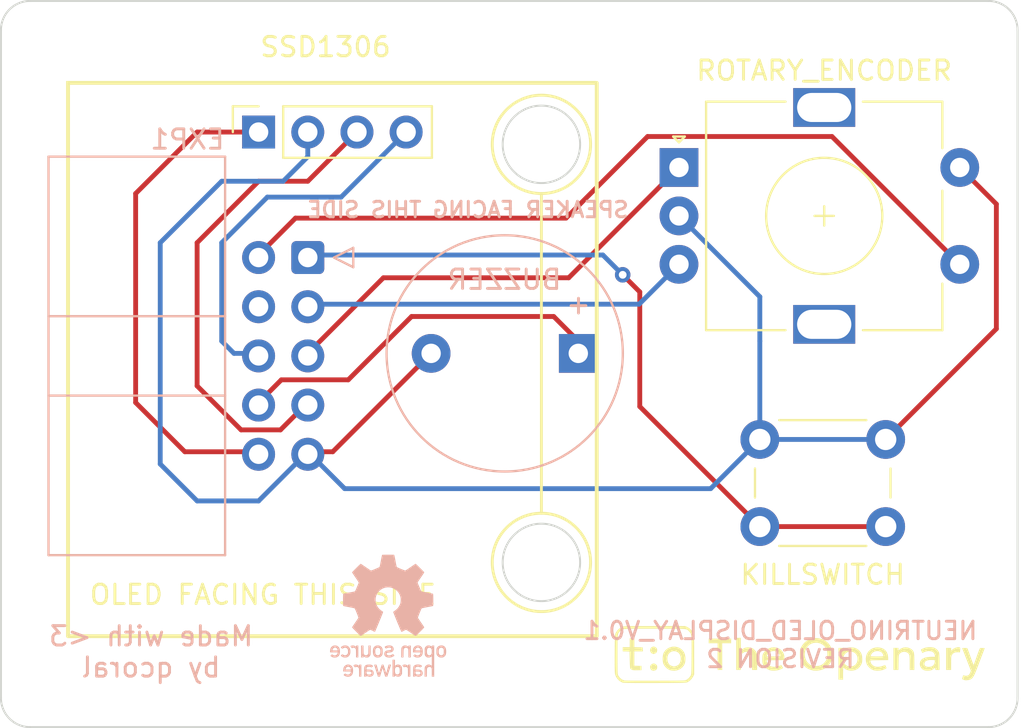
<source format=kicad_pcb>
(kicad_pcb (version 20221018) (generator pcbnew)
  (layers (0 "F.Cu" signal) (31 "B.Cu" signal) (34 "B.Paste" user) (35 "F.Paste" user) (36 "B.SilkS" user "B.Silkscreen") (37 "F.SilkS" user "F.Silkscreen") (38 "B.Mask" user) (39 "F.Mask" user) (44 "Edge.Cuts" user))
  (net 0 "")
  (net 1 "SPEAKER")
  (net 2 "GND")
  (net 3 "BTN_ENC")
  (net 5 "BTN_EN1")
  (net 6 "BTN_EN2")
  (net 7 "SDA")
  (net 8 "KILLSWITCH")
  (net 9 "SCL")
  (net 10 "+5V")
  (footprint "Rotary_Encoder:RotaryEncoder_Alps_EC11E-Switch_Vertical_H20mm" (layer "F.Cu") (at 144.265 66.6)
    (fp_text reference "ROTARY_ENCODER" (at 7.5 -5.005) (layer "F.SilkS"))
    (fp_text value "EC11_Switch")
    (pad "A" thru_hole rect (at 0 0) (size 2 2) (drill 1) (layers "*.Cu" "*.Mask") (net 6 "BTN_EN2"))
    (pad "B" thru_hole circle (at 0 5) (size 2 2) (drill 1) (layers "*.Cu" "*.Mask") (net 5 "BTN_EN1"))
    (pad "C" thru_hole circle (at 0 2.5) (size 2 2) (drill 1) (layers "*.Cu" "*.Mask") (net 2 "GND"))
    (pad "MP" thru_hole rect (at 7.5 -3.1) (size 3.2 2) (drill oval 2.8 1.5) (layers "*.Cu" "*.Mask"))
    (pad "MP" thru_hole rect (at 7.5 8.1) (size 3.2 2) (drill oval 2.8 1.5) (layers "*.Cu" "*.Mask"))
    (pad "S1" thru_hole circle (at 14.5 5) (size 2 2) (drill 1) (layers "*.Cu" "*.Mask") (net 3 "BTN_ENC"))
    (pad "S2" thru_hole circle (at 14.5 0) (size 2 2) (drill 1) (layers "*.Cu" "*.Mask") (net 2 "GND"))
  )
  (footprint "Connector_PinSocket_2.54mm:PinSocket_1x04_P2.54mm_Vertical" (layer "F.Cu") (at 122.555 64.77 90)
    (fp_text reference "J2" hide)
    (fp_text value "OLED_Headers")
    (pad "1" thru_hole rect (at 0 0 90) (size 1.7 1.7) (drill 1) (layers "*.Cu" "*.Mask") (net 10 "+5V"))
    (pad "2" thru_hole oval (at 0 2.54 90) (size 1.7 1.7) (drill 1) (layers "*.Cu" "*.Mask") (net 2 "GND"))
    (pad "3" thru_hole oval (at 0 5.08 90) (size 1.7 1.7) (drill 1) (layers "*.Cu" "*.Mask") (net 9 "SCL"))
    (pad "4" thru_hole oval (at 0 7.62 90) (size 1.7 1.7) (drill 1) (layers "*.Cu" "*.Mask") (net 7 "SDA"))
  )
  (footprint "Button_Switch_THT:SW_PUSH_6mm_H8.5mm" (layer "F.Cu") (at 154.94 85.145 180)
    (fp_text reference "KILLSWITCH" (at 3.25 -2.485) (layer "F.SilkS"))
    (fp_text value "Kill Switch")
    (pad "1" thru_hole circle (at 0 0 270) (size 2 2) (drill 1.1) (layers "*.Cu" "*.Mask") (net 8 "KILLSWITCH"))
    (pad "1" thru_hole circle (at 6.5 0 270) (size 2 2) (drill 1.1) (layers "*.Cu" "*.Mask") (net 8 "KILLSWITCH"))
    (pad "2" thru_hole circle (at 0 4.5 270) (size 2 2) (drill 1.1) (layers "*.Cu" "*.Mask") (net 2 "GND"))
    (pad "2" thru_hole circle (at 6.5 4.5 270) (size 2 2) (drill 1.1) (layers "*.Cu" "*.Mask") (net 2 "GND"))
  )
  (footprint "Logos:the-openary" (layer "F.Cu") (at 150.5 91.75)
    (fp_text reference "G***" hide)
    (fp_text value "LOGO" hide)
  )
  (footprint "Connector_IDC:IDC-Header_2x05_P2.54mm_Horizontal" (layer "B.Cu") (at 125.095 71.25 180)
    (fp_text reference "EXP1" (at 6.215 6.1) (layer "B.SilkS") (effects (justify mirror)))
    (fp_text value "2x5")
    (pad "1" thru_hole roundrect (at 0 0 180) (size 1.7 1.7) (drill 1) (layers "*.Cu" "*.Mask") (roundrect_rratio 0.1470588235) (net 8 "KILLSWITCH"))
    (pad "2" thru_hole circle (at 2.54 0 180) (size 1.7 1.7) (drill 1) (layers "*.Cu" "*.Mask") (net 3 "BTN_ENC"))
    (pad "3" thru_hole circle (at 0 -2.54 180) (size 1.7 1.7) (drill 1) (layers "*.Cu" "*.Mask") (net 5 "BTN_EN1"))
    (pad "4" thru_hole circle (at 2.54 -2.54 180) (size 1.7 1.7) (drill 1) (layers "*.Cu" "*.Mask"))
    (pad "5" thru_hole circle (at 0 -5.08 180) (size 1.7 1.7) (drill 1) (layers "*.Cu" "*.Mask") (net 6 "BTN_EN2"))
    (pad "6" thru_hole circle (at 2.54 -5.08 180) (size 1.7 1.7) (drill 1) (layers "*.Cu" "*.Mask") (net 7 "SDA"))
    (pad "7" thru_hole circle (at 0 -7.62 180) (size 1.7 1.7) (drill 1) (layers "*.Cu" "*.Mask") (net 9 "SCL"))
    (pad "8" thru_hole circle (at 2.54 -7.62 180) (size 1.7 1.7) (drill 1) (layers "*.Cu" "*.Mask") (net 1 "SPEAKER"))
    (pad "9" thru_hole circle (at 0 -10.16 180) (size 1.7 1.7) (drill 1) (layers "*.Cu" "*.Mask") (net 2 "GND"))
    (pad "10" thru_hole circle (at 2.54 -10.16 180) (size 1.7 1.7) (drill 1) (layers "*.Cu" "*.Mask") (net 10 "+5V"))
  )
  (footprint "Logos:oshw" (layer "B.Cu") (at 129.25 89.75 180)
    (fp_text reference "G***" hide)
    (fp_text value "LOGO" hide)
  )
  (footprint "Buzzer_Beeper:Buzzer_12x9.5RM7.6" (layer "B.Cu") (at 139.065 76.2 180)
    (fp_text reference "BUZZER" (at 3.81 3.81) (layer "B.SilkS") (effects (justify mirror)))
    (fp_text value "Buzzer" hide)
    (fp_text user "+" (at -0.01 2.54) (layer "B.SilkS") (effects (justify mirror)))
    (pad "1" thru_hole rect (at 0 0 180) (size 2 2) (drill 1) (layers "*.Cu" "*.Mask") (net 1 "SPEAKER"))
    (pad "2" thru_hole circle (at 7.6 0 180) (size 2 2) (drill 1) (layers "*.Cu" "*.Mask") (net 2 "GND"))
  )
  (gr_line (start 137.16 67.945) (end 137.16 84.455) (stroke (width 0.15)) (layer "F.SilkS"))
  (gr_circle (center 137.16 86.995) (end 137.16 84.455) (stroke (width 0.15)) (fill none) (layer "F.SilkS"))
  (gr_circle (center 137.16 65.405) (end 137.16 67.945) (stroke (width 0.15)) (fill none) (layer "F.SilkS"))
  (gr_rect (start 112.7125 62.23) (end 140.0175 90.805) (stroke (width 0.2)) (fill none) (layer "F.SilkS"))
  (gr_arc (start 160.25 58) (mid 161.31066 58.43934) (end 161.75 59.5) (stroke (width 0.1)) (layer "Edge.Cuts"))
  (gr_line (start 110.75 95.5) (end 160.25 95.5) (stroke (width 0.1)) (layer "Edge.Cuts"))
  (gr_circle (center 137.16 86.995) (end 139.16 86.995) (stroke (width 0.1)) (fill none) (layer "Edge.Cuts"))
  (gr_arc (start 109.25 59.5) (mid 109.68934 58.43934) (end 110.75 58) (stroke (width 0.1)) (layer "Edge.Cuts"))
  (gr_line (start 109.25 59.5) (end 109.25 94) (stroke (width 0.1)) (layer "Edge.Cuts"))
  (gr_arc (start 110.75 95.5) (mid 109.68934 95.06066) (end 109.25 94) (stroke (width 0.1)) (layer "Edge.Cuts"))
  (gr_arc (start 161.75 94) (mid 161.31066 95.06066) (end 160.25 95.5) (stroke (width 0.1)) (layer "Edge.Cuts"))
  (gr_line (start 160.25 58) (end 110.75 58) (stroke (width 0.1)) (layer "Edge.Cuts"))
  (gr_line (start 161.75 94) (end 161.75 59.5) (stroke (width 0.1)) (layer "Edge.Cuts"))
  (gr_circle (center 137.16 65.405) (end 139.16 65.405) (stroke (width 0.1)) (fill none) (layer "Edge.Cuts"))
  (gr_text "Made with <3\nby qcoral" (at 117 93) (layer "B.SilkS") (effects (font (size 1 1)) (justify bottom mirror)))
  (gr_text "SPEAKER FACING THIS SIDE" (at 141.75 69.25) (layer "B.SilkS") (effects (font (size 0.8 0.8)) (justify left bottom mirror)))
  (gr_text "NEUTRINO_OLED_DISPLAY_V0.1\nREVISION 2" (at 149.5 92.5) (layer "B.SilkS") (effects (font (size 0.9 0.9)) (justify bottom mirror)))
  (gr_text "OLED FACING THIS SIDE" (at 113.75 89.25) (layer "F.SilkS") (effects (font (size 1 1)) (justify left bottom)))
  (gr_text "SSD1306" (at 122.555 60.96) (layer "F.SilkS") (effects (font (size 1 1)) (justify left bottom)))
  (segment (start 139.065 75.565) (end 137.795 74.295) (width 0.25) (layer "F.Cu") (net 1))
  (segment (start 137.795 74.295) (end 130.455 74.295) (width 0.25) (layer "F.Cu") (net 1))
  (segment (start 123.73 77.565) (end 122.555 78.74) (width 0.25) (layer "F.Cu") (net 1))
  (segment (start 130.455 74.295) (end 127.185 77.565) (width 0.25) (layer "F.Cu") (net 1))
  (segment (start 127.185 77.565) (end 123.73 77.565) (width 0.25) (layer "F.Cu") (net 1))
  (segment (start 158.765 66.6) (end 160.655 68.49) (width 0.25) (layer "F.Cu") (net 2))
  (segment (start 160.655 68.49) (end 160.655 74.93) (width 0.25) (layer "F.Cu") (net 2))
  (segment (start 126.385 81.28) (end 131.465 76.2) (width 0.25) (layer "F.Cu") (net 2))
  (segment (start 160.655 74.93) (end 154.94 80.645) (width 0.25) (layer "F.Cu") (net 2))
  (segment (start 125.095 81.28) (end 126.385 81.28) (width 0.25) (layer "F.Cu") (net 2))
  (segment (start 119.38 83.82) (end 122.555 83.82) (width 0.25) (layer "B.Cu") (net 2))
  (segment (start 127 83.185) (end 145.9 83.185) (width 0.25) (layer "B.Cu") (net 2))
  (segment (start 123.825 67.31) (end 120.65 67.31) (width 0.25) (layer "B.Cu") (net 2))
  (segment (start 120.65 67.31) (end 117.475 70.485) (width 0.25) (layer "B.Cu") (net 2))
  (segment (start 122.555 83.82) (end 125.095 81.28) (width 0.25) (layer "B.Cu") (net 2))
  (segment (start 148.44 73.275) (end 148.44 75.565) (width 0.25) (layer "B.Cu") (net 2))
  (segment (start 154.94 80.645) (end 148.44 80.645) (width 0.25) (layer "B.Cu") (net 2))
  (segment (start 117.475 81.915) (end 119.38 83.82) (width 0.25) (layer "B.Cu") (net 2))
  (segment (start 148.44 75.565) (end 148.44 80.645) (width 0.25) (layer "B.Cu") (net 2))
  (segment (start 145.9 83.185) (end 148.44 80.645) (width 0.25) (layer "B.Cu") (net 2))
  (segment (start 125.095 64.77) (end 125.095 66.04) (width 0.25) (layer "B.Cu") (net 2))
  (segment (start 117.475 70.485) (end 117.475 81.915) (width 0.25) (layer "B.Cu") (net 2))
  (segment (start 125.095 66.04) (end 123.825 67.31) (width 0.25) (layer "B.Cu") (net 2))
  (segment (start 125.095 81.28) (end 127 83.185) (width 0.25) (layer "B.Cu") (net 2))
  (segment (start 144.265 69.1) (end 148.44 73.275) (width 0.25) (layer "B.Cu") (net 2))
  (segment (start 142.645 65) (end 152.165 65) (width 0.25) (layer "F.Cu") (net 3))
  (segment (start 122.555 71.12) (end 124.46 69.215) (width 0.25) (layer "F.Cu") (net 3))
  (segment (start 152.165 65) (end 158.765 71.6) (width 0.25) (layer "F.Cu") (net 3))
  (segment (start 138.43 69.215) (end 142.645 65) (width 0.25) (layer "F.Cu") (net 3))
  (segment (start 124.46 69.215) (end 138.43 69.215) (width 0.25) (layer "F.Cu") (net 3))
  (segment (start 125.095 73.66) (end 142.205 73.66) (width 0.25) (layer "B.Cu") (net 5))
  (segment (start 142.205 73.66) (end 144.265 71.6) (width 0.25) (layer "B.Cu") (net 5))
  (segment (start 144.265 66.6) (end 138.57 72.295) (width 0.25) (layer "F.Cu") (net 6))
  (segment (start 129 72.295) (end 125.095 76.2) (width 0.25) (layer "F.Cu") (net 6))
  (segment (start 138.57 72.295) (end 129 72.295) (width 0.25) (layer "F.Cu") (net 6))
  (segment (start 120.65 75.565) (end 121.285 76.2) (width 0.25) (layer "B.Cu") (net 7))
  (segment (start 123.005 68.13) (end 120.65 70.485) (width 0.25) (layer "B.Cu") (net 7))
  (segment (start 126.815 68.13) (end 123.005 68.13) (width 0.25) (layer "B.Cu") (net 7))
  (segment (start 120.65 70.485) (end 120.65 75.565) (width 0.25) (layer "B.Cu") (net 7))
  (segment (start 130.175 64.77) (end 126.815 68.13) (width 0.25) (layer "B.Cu") (net 7))
  (segment (start 121.285 76.2) (end 122.555 76.2) (width 0.25) (layer "B.Cu") (net 7))
  (segment (start 142.24 78.945) (end 148.44 85.145) (width 0.25) (layer "F.Cu") (net 8))
  (segment (start 142.24 73.025) (end 142.24 78.945) (width 0.25) (layer "F.Cu") (net 8))
  (segment (start 141.3575 72.1425) (end 142.24 73.025) (width 0.25) (layer "F.Cu") (net 8))
  (segment (start 154.94 85.145) (end 148.44 85.145) (width 0.25) (layer "F.Cu") (net 8))
  (via (at 141.3575 72.1425) (size 0.8) (drill 0.4) (layers "F.Cu" "B.Cu") (net 8))
  (segment (start 140.335 71.12) (end 125.095 71.12) (width 0.25) (layer "B.Cu") (net 8))
  (segment (start 141.3575 72.1425) (end 140.335 71.12) (width 0.25) (layer "B.Cu") (net 8))
  (segment (start 121.65 80.15) (end 123.685 80.15) (width 0.25) (layer "F.Cu") (net 9))
  (segment (start 119.38 70.485) (end 119.38 77.88) (width 0.25) (layer "F.Cu") (net 9))
  (segment (start 119.38 77.88) (end 121.65 80.15) (width 0.25) (layer "F.Cu") (net 9))
  (segment (start 122.555 67.31) (end 119.38 70.485) (width 0.25) (layer "F.Cu") (net 9))
  (segment (start 127.635 64.77) (end 125.095 67.31) (width 0.25) (layer "F.Cu") (net 9))
  (segment (start 125.095 67.31) (end 122.555 67.31) (width 0.25) (layer "F.Cu") (net 9))
  (segment (start 123.685 80.15) (end 125.095 78.74) (width 0.25) (layer "F.Cu") (net 9))
  (segment (start 122.555 64.77) (end 119.38 64.77) (width 0.25) (layer "F.Cu") (net 10))
  (segment (start 118.745 81.28) (end 122.555 81.28) (width 0.25) (layer "F.Cu") (net 10))
  (segment (start 116.205 67.945) (end 116.205 78.74) (width 0.25) (layer "F.Cu") (net 10))
  (segment (start 119.38 64.77) (end 116.205 67.945) (width 0.25) (layer "F.Cu") (net 10))
  (segment (start 116.205 78.74) (end 118.745 81.28) (width 0.25) (layer "F.Cu") (net 10))
)
</source>
